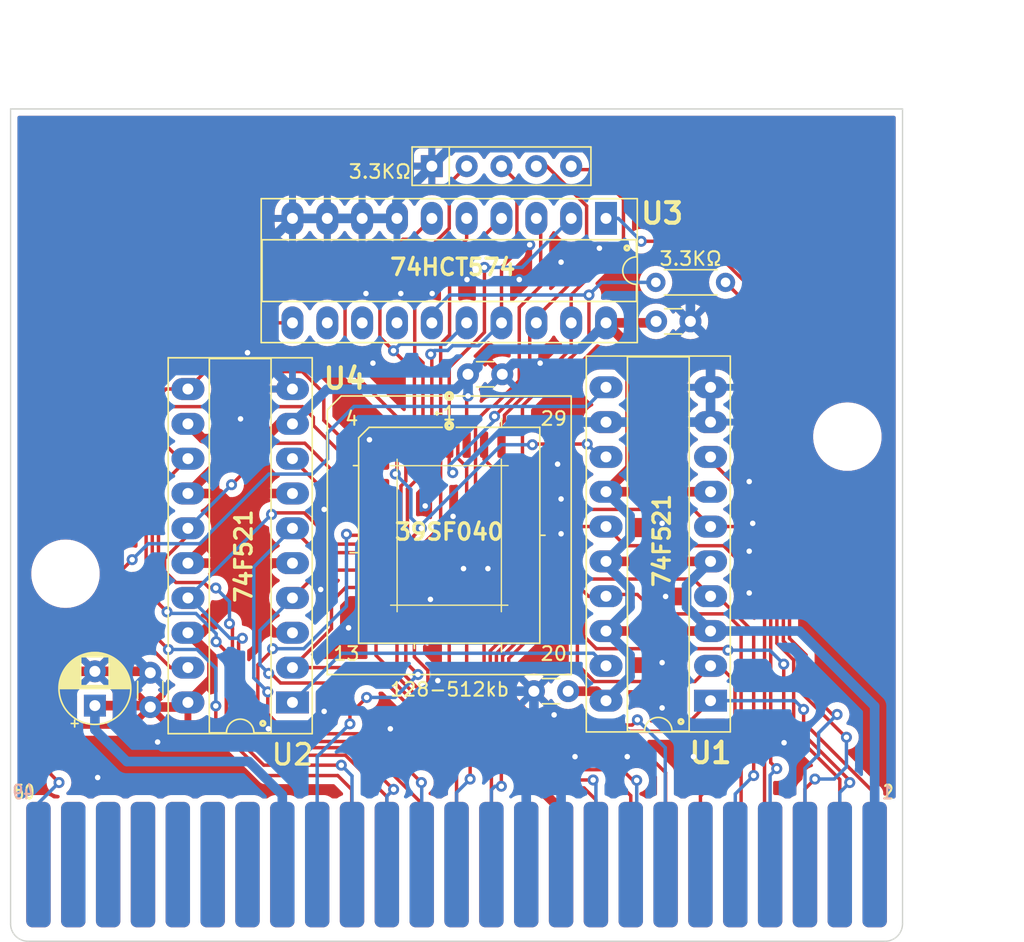
<source format=kicad_pcb>
(kicad_pcb (version 20221018) (generator pcbnew)
  (layers (0 "F.Cu" signal) (31 "B.Cu" signal) (34 "B.Paste" user) (35 "F.Paste" user) (36 "B.SilkS" user "B.Silkscreen") (37 "F.SilkS" user "F.Silkscreen") (38 "B.Mask" user) (39 "F.Mask" user) (44 "Edge.Cuts" user))
  (net 0 "")
  (net 1 "GND")
  (net 2 "/BA1")
  (net 3 "/BA2")
  (net 4 "/BA3")
  (net 5 "/BA4")
  (net 6 "/~{Wr}")
  (net 7 "/A0")
  (net 8 "+5V")
  (net 9 "/A1")
  (net 10 "/A2")
  (net 11 "/A3")
  (net 12 "/A4")
  (net 13 "/A5")
  (net 14 "/A6")
  (net 15 "/A7")
  (net 16 "Net-(U1-P=R)")
  (net 17 "/A8")
  (net 18 "/A9")
  (net 19 "/A10")
  (net 20 "/A11")
  (net 21 "/A12")
  (net 22 "/A13")
  (net 23 "/A14")
  (net 24 "/A15")
  (net 25 "Net-(U2-P=R)")
  (net 26 "/~{M8-B}")
  (net 27 "/D0")
  (net 28 "/D1")
  (net 29 "/D2")
  (net 30 "/D3")
  (net 31 "/D4")
  (net 35 "/BA0")
  (net 36 "/D5")
  (net 37 "/D6")
  (net 38 "/D7")
  (net 39 "/~{CE}")
  (net 40 "/~{Rd}")
  (net 41 "/~{MReq}")
  (net 42 "/~{M0-7}")
  (net 43 "/ ~{CONT}")
  (net 44 "/~{M1}")
  (net 45 "/~{IOReq}")
  (net 46 "/~{Refresh}")
  (net 47 "/~{Halt}")
  (net 48 "/~{Wait}")
  (net 49 "/~{Int}")
  (net 50 "/JyDs")
  (net 51 "/~{BusReq}")
  (net 52 "/~{BusAck}")
  (net 53 "/ ~{Reset}")
  (net 54 "/~{Clock}")
  (net 55 "/JRead")
  (net 56 "/~{MC-F}")
  (net 57 "/~{NMI}")
  (footprint "PCM_Package_DIP_AKL:DIP-20_W7.62mm_Socket_LongPads" (layer "F.Cu") (at 115.545 71.737 180)
    (fp_text reference "U2")
    (fp_text value "74F521")
  )
  (footprint "PCM_Package_DIP_AKL:DIP-20_W7.62mm_Socket_LongPads" (layer "F.Cu") (at 138.405 36.431 -90)
    (fp_text reference "U3")
    (fp_text value "74HCT574")
  )
  (footprint "Smal:PLCC-32_SMD-Socket_HandSolder" (layer "F.Cu") (at 126.975 59.545)
    (fp_text reference "U4")
    (fp_text value "39SF040")
  )
  (footprint "Capacitor_THT:C_Disc_D3.0mm_W1.6mm_P2.50mm" (layer "F.Cu") (at 128.3408 47.8028)
    (fp_text reference "C4" hide)
    (fp_text value "100nF")
  )
  (footprint "Resistor_THT:R_Array_SIP5" (layer "F.Cu") (at 125.705 32.621)
    (fp_text reference "RN1" hide)
    (fp_text value "3.3KΩ")
  )
  (footprint "Resistor_THT:R_Axial_DIN0204_L3.6mm_D1.6mm_P5.08mm_Horizontal" (layer "F.Cu") (at 142.0368 41.0972)
    (fp_text reference "R1" hide)
    (fp_text value "3.3KΩ")
  )
  (footprint "MountingHole:MountingHole_4.5mm" (layer "F.Cu") (at 156 52.35 180)
    (fp_text reference "H2" hide)
    (fp_text value "Hole Right")
  )
  (footprint "MountingHole:MountingHole_4.5mm" (layer "F.Cu") (at 99 62.35 180)
    (fp_text reference "H1" hide)
    (fp_text value "Hole Left")
  )
  (footprint "PCM_Package_DIP_AKL:DIP-20_W7.62mm_Socket_LongPads" (layer "F.Cu") (at 146.025 71.61 180)
    (fp_text reference "U1")
    (fp_text value "74F521")
  )
  (footprint "Capacitor_THT:CP_Radial_D5.0mm_P2.50mm" (layer "F.Cu") (at 101.1428 71.969513 90)
    (fp_text reference "C5" hide)
    (fp_text value "1µF")
  )
  (footprint "Capacitor_THT:C_Disc_D3.0mm_W1.6mm_P2.50mm" (layer "F.Cu") (at 142.0568 43.942)
    (fp_text reference "C3" hide)
    (fp_text value "100nF")
  )
  (footprint "Capacitor_THT:C_Disc_D3.0mm_W1.6mm_P2.50mm" (layer "F.Cu") (at 105.1818 72.0726 90)
    (fp_text reference "C2" hide)
    (fp_text value "100nF")
  )
  (footprint "Capacitor_THT:C_Disc_D3.0mm_W1.6mm_P2.50mm" (layer "F.Cu") (at 135.6468 70.9168 180)
    (fp_text reference "C1" hide)
    (fp_text value "100nF")
  )
  (footprint "Smal:SMS_Cart_Edge" (layer "F.Cu") (at 157.988 83.566)
    (fp_text reference "J1" hide)
    (fp_text value "Conn_02x25_Odd_Even" hide)
  )
  (gr_arc (start 160.02 87.884) (mid 159.648026 88.782026) (end 158.75 89.154) (stroke (width 0.1)) (layer "Edge.Cuts"))
  (gr_line (start 96.266001 89.153999) (end 158.75 89.154) (stroke (width 0.1)) (layer "Edge.Cuts"))
  (gr_line (start 160.02 87.884) (end 160.02 28.448) (stroke (width 0.1)) (layer "Edge.Cuts"))
  (gr_line (start 94.995999 28.448) (end 94.996 87.883999) (stroke (width 0.1)) (layer "Edge.Cuts"))
  (gr_arc (start 96.266001 89.153999) (mid 95.367975 88.782025) (end 94.996001 87.883999) (stroke (width 0.1)) (layer "Edge.Cuts"))
  (gr_line (start 160.02 28.448) (end 94.995999 28.448) (stroke (width 0.1)) (layer "Edge.Cuts"))
  (gr_text "128-512kb" (at 127 71.374) (layer "F.SilkS") (effects (font (size 1 1)) (justify bottom)))
  (segment (start 135.128 79.56901) (end 126.093299 70.534309) (width 0.7) (layer "F.Cu") (net 1))
  (segment (start 125.705 66.1575) (end 125.705 64.3202) (width 0.7) (layer "F.Cu") (net 1))
  (segment (start 126.093299 70.534309) (end 126.093299 66.545799) (width 0.7) (layer "F.Cu") (net 1))
  (segment (start 101.346 77.216) (end 103.124 77.216) (width 0.7) (layer "F.Cu") (net 1))
  (segment (start 99.821487 69.469513) (end 98.9838 70.3072) (width 0.7) (layer "F.Cu") (net 1))
  (segment (start 101.1428 69.469513) (end 99.821487 69.469513) (width 0.7) (layer "F.Cu") (net 1))
  (segment (start 98.9838 74.8538) (end 101.346 77.216) (width 0.7) (layer "F.Cu") (net 1))
  (segment (start 103.124 77.216) (end 105.7148 74.6252) (width 0.7) (layer "F.Cu") (net 1))
  (segment (start 135.128 83.566) (end 135.128 79.56901) (width 0.7) (layer "F.Cu") (net 1))
  (segment (start 105.078713 69.469513) (end 105.1818 69.5726) (width 0.7) (layer "F.Cu") (net 1))
  (segment (start 125.705 64.3202) (end 125.6034 64.2186) (width 0.7) (layer "F.Cu") (net 1))
  (segment (start 101.1428 69.469513) (end 105.078713 69.469513) (width 0.7) (layer "F.Cu") (net 1))
  (segment (start 98.9838 70.3072) (end 98.9838 74.8538) (width 0.7) (layer "F.Cu") (net 1))
  (segment (start 126.093299 66.545799) (end 125.705 66.1575) (width 0.7) (layer "F.Cu") (net 1))
  (via (at 120.904 41.91) (size 0.8) (drill 0.4) (layers "F.Cu" "B.Cu") (net 1))
  (via (at 128.016 61.976) (size 0.8) (drill 0.4) (layers "F.Cu" "B.Cu") (net 1))
  (via (at 142.494 68.834) (size 0.8) (drill 0.4) (layers "F.Cu" "B.Cu") (net 1))
  (via (at 125.73 41.91) (size 0.8) (drill 0.4) (layers "F.Cu" "B.Cu") (net 1))
  (via (at 127.254 58.166) (size 0.8) (drill 0.4) (layers "F.Cu" "B.Cu") (net 1))
  (via (at 105.7148 74.6252) (size 0.8) (drill 0.4) (layers "F.Cu" "B.Cu") (net 1))
  (via (at 134.874 54.356) (size 0.8) (drill 0.4) (layers "F.Cu" "B.Cu") (net 1))
  (via (at 101.346 77.216) (size 0.8) (drill 0.4) (layers "F.Cu" "B.Cu") (net 1))
  (via (at 135.128 59.436) (size 0.8) (drill 0.4) (layers "F.Cu" "B.Cu") (net 1))
  (via (at 128.27 40.894) (size 0.8) (drill 0.4) (layers "F.Cu" "B.Cu") (net 1))
  (via (at 139.954 75.692) (size 0.8) (drill 0.4) (layers "F.Cu" "B.Cu") (net 1))
  (via (at 133.604 46.99) (size 0.8) (drill 0.4) (layers "F.Cu" "B.Cu") (net 1))
  (via (at 151.384 74.676) (size 0.8) (drill 0.4) (layers "F.Cu" "B.Cu") (net 1))
  (via (at 126.142799 70.1454) (size 0.8) (drill 0.4) (layers "F.Cu" "B.Cu") (net 1))
  (via (at 137.922 38.608) (size 0.8) (drill 0.4) (layers "F.Cu" "B.Cu") (net 1))
  (via (at 117.856 57.658) (size 0.8) (drill 0.4) (layers "F.Cu" "B.Cu") (net 1))
  (via (at 135.128 39.624) (size 0.8) (drill 0.4) (layers "F.Cu" "B.Cu") (net 1))
  (via (at 125.6034 64.2186) (size 0.8) (drill 0.4) (layers "F.Cu" "B.Cu") (net 1))
  (via (at 111.76 51.054) (size 0.8) (drill 0.4) (layers "F.Cu" "B.Cu") (net 1))
  (via (at 122.682 73.66) (size 0.8) (drill 0.4) (layers "F.Cu" "B.Cu") (net 1))
  (via (at 148.844 63.754) (size 0.8) (drill 0.4) (layers "F.Cu" "B.Cu") (net 1))
  (via (at 134.62 72.644) (size 0.8) (drill 0.4) (layers "F.Cu" "B.Cu") (net 1))
  (via (at 123.444 41.91) (size 0.8) (drill 0.4) (layers "F.Cu" "B.Cu") (net 1))
  (via (at 132.08 40.894) (size 0.8) (drill 0.4) (layers "F.Cu" "B.Cu") (net 1))
  (via (at 112.268 46.228) (size 0.8) (drill 0.4) (layers "F.Cu" "B.Cu") (net 1))
  (via (at 119.634 66.294) (size 0.8) (drill 0.4) (layers "F.Cu" "B.Cu") (net 1))
  (via (at 121.158 52.578) (size 0.8) (drill 0.4) (layers "F.Cu" "B.Cu") (net 1))
  (via (at 149.098 58.674) (size 0.8) (drill 0.4) (layers "F.Cu" "B.Cu") (net 1))
  (via (at 136.144 75.692) (size 0.8) (drill 0.4) (layers "F.Cu" "B.Cu") (net 1))
  (via (at 113.792 73.66) (size 0.8) (drill 0.4) (layers "F.Cu" "B.Cu") (net 1))
  (via (at 117.602 63.5) (size 0.8) (drill 0.4) (layers "F.Cu" "B.Cu") (net 1))
  (via (at 142.748 64.008) (size 0.8) (drill 0.4) (layers "F.Cu" "B.Cu") (net 1))
  (via (at 117.856 72.39) (size 0.8) (drill 0.4) (layers "F.Cu" "B.Cu") (net 1))
  (via (at 129.794 61.976) (size 0.8) (drill 0.4) (layers "F.Cu" "B.Cu") (net 1))
  (via (at 148.844 55.626) (size 0.8) (drill 0.4) (layers "F.Cu" "B.Cu") (net 1))
  (via (at 148.844 60.706) (size 0.8) (drill 0.4) (layers "F.Cu" "B.Cu") (net 1))
  (via (at 144.78 75.692) (size 0.8) (drill 0.4) (layers "F.Cu" "B.Cu") (net 1))
  (via (at 121.412 46.99) (size 0.8) (drill 0.4) (layers "F.Cu" "B.Cu") (net 1))
  (via (at 135.128 56.896) (size 0.8) (drill 0.4) (layers "F.Cu" "B.Cu") (net 1))
  (via (at 142.494 72.136) (size 0.8) (drill 0.4) (layers "F.Cu" "B.Cu") (net 1))
  (via (at 132.842 38.354) (size 0.8) (drill 0.4) (layers "F.Cu" "B.Cu") (net 1))
  (via (at 125.222 57.404) (size 0.8) (drill 0.4) (layers "F.Cu" "B.Cu") (net 1))
  (via (at 142.494 58.674) (size 0.8) (drill 0.4) (layers "F.Cu" "B.Cu") (net 1))
  (segment (start 133.604 46.99) (end 133.616801 47.002801) (width 0.7) (layer "B.Cu") (net 1))
  (segment (start 121.948097 73.7108) (end 120.585797 72.3485) (width 0.7) (layer "B.Cu") (net 1))
  (segment (start 103.8318 70.9226) (end 105.1818 69.5726) (width 0.7) (layer "B.Cu") (net 1))
  (segment (start 146.025 45.4102) (end 144.5568 43.942) (width 0.7) (layer "B.Cu") (net 1))
  (segment (start 125.705 32.621) (end 127.055 31.271) (width 0.7) (layer "B.Cu") (net 1))
  (segment (start 144.5568 43.942) (end 144.5568 37.175296) (width 0.7) (layer "B.Cu") (net 1))
  (segment (start 146.025 48.75) (end 146.025 51.29) (width 0.7) (layer "B.Cu") (net 1))
  (segment (start 117.856 72.3392) (end 117.856 72.39) (width 0.7) (layer "B.Cu") (net 1))
  (segment (start 125.6034 61.718103) (end 136.031503 51.29) (width 0.7) (layer "B.Cu") (net 1))
  (segment (start 126.914199 70.9168) (end 126.142799 70.1454) (width 0.7) (layer "B.Cu") (net 1))
  (segment (start 114.6214 37.3546) (end 115.545 36.431) (width 0.7) (layer "B.Cu") (net 1))
  (segment (start 117.856 72.39) (end 117.8052 72.39) (width 0.7) (layer "B.Cu") (net 1))
  (segment (start 122.682 73.66) (end 122.6312 73.66) (width 0.7) (layer "B.Cu") (net 1))
  (segment (start 117.8052 72.39) (end 115.2144 74.9808) (width 0.7) (layer "B.Cu") (net 1))
  (segment (start 131.640799 47.002801) (end 133.591199 47.002801) (width 0.7) (layer "B.Cu") (net 1))
  (segment (start 105.7148 74.6252) (end 103.8318 72.7422) (width 0.7) (layer "B.Cu") (net 1))
  (segment (start 115.2144 74.9808) (end 106.0704 74.9808) (width 0.7) (layer "B.Cu") (net 1))
  (segment (start 144.5568 37.175296) (end 144.267152 36.885648) (width 0.7) (layer "B.Cu") (net 1))
  (segment (start 138.405 51.29) (end 146.025 51.29) (width 0.7) (layer "B.Cu") (net 1))
  (segment (start 133.591199 47.002801) (end 133.604 46.99) (width 0.7) (layer "B.Cu") (net 1))
  (segment (start 115.545 36.431) (end 118.085 36.431) (width 0.7) (layer "B.Cu") (net 1))
  (segment (start 105.1818 69.5726) (end 102.911 67.3018) (width 0.7) (layer "B.Cu") (net 1))
  (segment (start 135.128 76.4032) (end 133.1468 74.422) (width 0.7) (layer "B.Cu") (net 1))
  (segment (start 120.625 36.431) (end 118.085 36.431) (width 0.7) (layer "B.Cu") (net 1))
  (segment (start 106.0704 74.9808) (end 105.7148 74.6252) (width 0.7) (layer "B.Cu") (net 1))
  (segment (start 126.142799 70.1454) (end 126.142799 70.148401) (width 0.7) (layer "B.Cu") (net 1))
  (segment (start 138.652503 31.271) (end 144.267152 36.885648) (width 0.7) (layer "B.Cu") (net 1))
  (segment (start 106.905 47.527) (end 114.195 47.527) (width 0.7) (layer "B.Cu") (net 1))
  (segment (start 146.025 48.75) (end 146.025 45.4102) (width 0.7) (layer "B.Cu") (net 1))
  (segment (start 100.6176 67.3018) (end 99.3394 68.58) (width 0.7) (layer "B.Cu") (net 1))
  (segment (start 114.195 37.781) (end 114.6214 37.3546) (width 0.7) (layer "B.Cu") (net 1))
  (segment (start 114.195 47.527) (end 114.195 37.781) (width 0.7) (layer "B.Cu") (net 1))
  (segment (start 132.588 83.566) (end 132.588 74.9808) (width 0.7) (layer "B.Cu") (net 1))
  (segment (start 122.6312 73.66) (end 122.5804 73.7108) (width 0.7) (layer "B.Cu") (net 1))
  (segment (start 125.6034 64.2186) (end 125.6034 61.718103) (width 0.7) (layer "B.Cu") (net 1))
  (segment (start 102.911 67.3018) (end 100.6176 67.3018) (width 0.7) (layer "B.Cu") (net 1))
  (segment (start 142.0368 49.9872) (end 142.0368 51.29) (width 0.7) (layer "B.Cu") (net 1))
  (segment (start 132.588 74.9808) (end 133.1468 74.422) (width 0.7) (layer "B.Cu") (net 1))
  (segment (start 122.5804 73.7108) (end 121.948097 73.7108) (width 0.7) (layer "B.Cu") (net 1))
  (segment (start 123.165 36.431) (end 120.625 36.431) (width 0.7) (layer "B.Cu") (net 1))
  (segment (start 126.142799 70.148401) (end 122.682 73.6092) (width 0.7) (layer "B.Cu") (net 1))
  (segment (start 103.8318 72.7422) (end 103.8318 70.9226) (width 0.7) (layer "B.Cu") (net 1))
  (segment (start 133.1468 74.422) (end 133.1468 70.9168) (width 0.7) (layer "B.Cu") (net 1))
  (segment (start 130.8408 47.8028) (end 131.640799 47.002801) (width 0.7) (layer "B.Cu") (net 1))
  (segment (start 102.911 67.3018) (end 102.911 51.521) (width 0.7) (layer "B.Cu") (net 1))
  (segment (start 99.3394 68.58) (end 99.3394 75.2094) (width 0.7) (layer "B.Cu") (net 1))
  (segment (start 136.031503 51.29) (end 138.405 51.29) (width 0.7) (layer "B.Cu") (net 1))
  (segment (start 133.616801 47.002801) (end 139.052401 47.002801) (width 0.7) (layer "B.Cu") (net 1))
  (segment (start 120.585797 72.3485) (end 117.8467 72.3485) (width 0.7) (layer "B.Cu") (net 1))
  (segment (start 139.052401 47.002801) (end 142.0368 49.9872) (width 0.7) (layer "B.Cu") (net 1))
  (segment (start 102.911 51.521) (end 106.905 47.527) (width 0.7) (layer "B.Cu") (net 1))
  (segment (start 99.3394 75.2094) (end 101.346 77.216) (width 0.7) (layer "B.Cu") (net 1))
  (segment (start 117.8467 72.3485) (end 117.856 72.3392) (width 0.7) (layer "B.Cu") (net 1))
  (segment (start 135.128 83.566) (end 135.128 76.4032) (width 0.7) (layer "B.Cu") (net 1))
  (segment (start 114.195 47.527) (end 115.545 48.877) (width 0.7) (layer "B.Cu") (net 1))
  (segment (start 123.165 36.431) (end 123.165 35.161) (width 0.7) (layer "B.Cu") (net 1))
  (segment (start 133.1468 70.9168) (end 126.914199 70.9168) (width 0.7) (layer "B.Cu") (net 1))
  (segment (start 127.055 31.271) (end 138.652503 31.271) (width 0.7) (layer "B.Cu") (net 1))
  (segment (start 123.165 35.161) (end 125.705 32.621) (width 0.7) (layer "B.Cu") (net 1))
  (segment (start 122.682 73.6092) (end 122.682 73.66) (width 0.7) (layer "B.Cu") (net 1))
  (segment (start 124.435 47.607) (end 122.911 46.083) (width 0.25) (layer "F.Cu") (net 2))
  (segment (start 124.435 52.9325) (end 124.435 47.607) (width 0.25) (layer "F.Cu") (net 2))
  (segment (start 121.92 42.20699) (end 126.975 37.15199) (width 0.25) (layer "F.Cu") (net 2))
  (segment (start 122.911 46.083) (end 121.92 45.092) (width 0.25) (layer "F.Cu") (net 2))
  (segment (start 126.975 33.891) (end 128.245 32.621) (width 0.25) (layer "F.Cu") (net 2))
  (segment (start 126.975 37.15199) (end 126.975 33.891) (width 0.25) (layer "F.Cu") (net 2))
  (segment (start 121.92 45.092) (end 121.92 42.20699) (width 0.25) (layer "F.Cu") (net 2))
  (via (at 122.911 46.083) (size 0.8) (drill 0.4) (layers "F.Cu" "B.Cu") (net 2))
  (segment (start 126.684 45.612) (end 128.245 44.051) (width 0.25) (layer "B.Cu") (net 2))
  (segment (start 122.911 46.083) (end 123.382 45.612) (width 0.25) (layer "B.Cu") (net 2))
  (segment (start 123.382 45.612) (end 126.684 45.612) (width 0.25) (layer "B.Cu") (net 2))
  (segment (start 130.785 39.995598) (end 130.785 44.051) (width 0.25) (layer "F.Cu") (net 3))
  (segment (start 125.705 46.4165) (end 125.6255 46.337) (width 0.25) (layer "F.Cu") (net 3))
  (segment (start 131.043299 39.737299) (end 130.785 39.995598) (width 0.25) (layer "F.Cu") (net 3))
  (segment (start 131.91 38.870598) (end 131.91 33.746) (width 0.25) (layer "F.Cu") (net 3))
  (segment (start 131.91 33.746) (end 130.785 32.621) (width 0.25) (layer "F.Cu") (net 3))
  (segment (start 125.705 52.9325) (end 125.705 46.4165) (width 0.25) (layer "F.Cu") (net 3))
  (segment (start 131.043299 39.737299) (end 131.91 38.870598) (width 0.25) (layer "F.Cu") (net 3))
  (via (at 125.6255 46.337) (size 0.8) (drill 0.4) (layers "F.Cu" "B.Cu") (net 3))
  (segment (start 127.212396 45.72) (end 129.116 45.72) (width 0.25) (layer "B.Cu") (net 3))
  (segment (start 125.6255 46.337) (end 125.9005 46.062) (width 0.25) (layer "B.Cu") (net 3))
  (segment (start 126.870396 46.062) (end 127.212396 45.72) (width 0.25) (layer "B.Cu") (net 3))
  (segment (start 125.9005 46.062) (end 126.870396 46.062) (width 0.25) (layer "B.Cu") (net 3))
  (segment (start 129.116 45.72) (end 130.785 44.051) (width 0.25) (layer "B.Cu") (net 3))
  (segment (start 135.678604 46.141) (end 135.643896 46.141) (width 0.25) (layer "F.Cu") (net 4))
  (segment (start 131.002 50.782896) (end 131.002 51.171805) (width 0.25) (layer "F.Cu") (net 4))
  (segment (start 135.865 32.621) (end 136.119 32.875) (width 0.25) (layer "F.Cu") (net 4))
  (segment (start 136.119 32.875) (end 137.499 32.875) (width 0.25) (layer "F.Cu") (net 4))
  (segment (start 139.675 35.051) (end 139.675 38.199695) (width 0.25) (layer "F.Cu") (net 4))
  (segment (start 130.785 51.388805) (end 130.785 52.9325) (width 0.25) (layer "F.Cu") (net 4))
  (segment (start 135.865 45.954604) (end 135.678604 46.141) (width 0.25) (layer "F.Cu") (net 4))
  (segment (start 135.643896 46.141) (end 131.002 50.782896) (width 0.25) (layer "F.Cu") (net 4))
  (segment (start 139.675 38.199695) (end 135.865 42.009695) (width 0.25) (layer "F.Cu") (net 4))
  (segment (start 135.865 44.051) (end 135.865 45.954604) (width 0.25) (layer "F.Cu") (net 4))
  (segment (start 137.499 32.875) (end 139.675 35.051) (width 0.25) (layer "F.Cu") (net 4))
  (segment (start 131.002 51.171805) (end 130.785 51.388805) (width 0.25) (layer "F.Cu") (net 4))
  (segment (start 135.865 42.009695) (end 135.865 44.051) (width 0.25) (layer "F.Cu") (net 4))
  (segment (start 127.229 54.973) (end 126.975 54.719) (width 0.25) (layer "F.Cu") (net 5))
  (segment (start 126.975 54.719) (end 126.975 52.9325) (width 0.25) (layer "F.Cu") (net 5))
  (segment (start 136.99 35.524) (end 134.087 32.621) (width 0.25) (layer "F.Cu") (net 5))
  (segment (start 134.087 32.621) (end 133.325 32.621) (width 0.25) (layer "F.Cu") (net 5))
  (segment (start 132.842 48.3065) (end 130.277 50.8715) (width 0.25) (layer "F.Cu") (net 5))
  (segment (start 133.325 44.051) (end 133.325 43.651) (width 0.25) (layer "F.Cu") (net 5))
  (segment (start 136.99 39.986) (end 136.99 35.524) (width 0.25) (layer "F.Cu") (net 5))
  (segment (start 133.325 44.051) (end 132.842 44.534) (width 0.25) (layer "F.Cu") (net 5))
  (segment (start 132.842 44.534) (end 132.842 48.3065) (width 0.25) (layer "F.Cu") (net 5))
  (segment (start 133.325 43.651) (end 136.99 39.986) (width 0.25) (layer "F.Cu") (net 5))
  (via (at 127.229 54.973) (size 0.8) (drill 0.4) (layers "F.Cu" "B.Cu") (net 5))
  (via (at 130.277 50.8715) (size 0.8) (drill 0.4) (layers "F.Cu" "B.Cu") (net 5))
  (segment (start 130.277 51.163) (end 126.975 54.465) (width 0.25) (layer "B.Cu") (net 5))
  (segment (start 126.975 54.465) (end 126.975 54.719) (width 0.25) (layer "B.Cu") (net 5))
  (segment (start 126.975 54.719) (end 127.229 54.973) (width 0.25) (layer "B.Cu") (net 5))
  (segment (start 130.277 50.8715) (end 130.277 51.163) (width 0.25) (layer "B.Cu") (net 5))
  (segment (start 129.515 54.007875) (end 129.515 52.9325) (width 0.25) (layer "F.Cu") (net 6))
  (segment (start 146.025 71.61) (end 143.7972 73.8378) (width 0.25) (layer "F.Cu") (net 6))
  (segment (start 133.533364 73.8378) (end 130.865 71.169436) (width 0.25) (layer "F.Cu") (net 6))
  (segment (start 130.865 68.348147) (end 133.6 65.613147) (width 0.25) (layer "F.Cu") (net 6))
  (segment (start 130.531 63.207751) (end 130.531 55.023875) (width 0.25) (layer "F.Cu") (net 6))
  (segment (start 133.6 64.273981) (end 133.306019 63.98) (width 0.25) (layer "F.Cu") (net 6))
  (segment (start 133.6 65.613147) (end 133.6 64.273981) (width 0.25) (layer "F.Cu") (net 6))
  (segment (start 133.306019 63.98) (end 131.303249 63.98) (width 0.25) (layer "F.Cu") (net 6))
  (segment (start 157.988 78.366) (end 157.988 83.566) (width 0.25) (layer "F.Cu") (net 6))
  (segment (start 130.865 71.169436) (end 130.865 68.348147) (width 0.25) (layer "F.Cu") (net 6))
  (segment (start 143.7972 73.8378) (end 133.533364 73.8378) (width 0.25) (layer "F.Cu") (net 6))
  (segment (start 131.303249 63.98) (end 130.531 63.207751) (width 0.25) (layer "F.Cu") (net 6))
  (segment (start 152.8085 72.245) (end 152.8085 73.1865) (width 0.25) (layer "F.Cu") (net 6))
  (segment (start 130.531 55.023875) (end 129.515 54.007875) (width 0.25) (layer "F.Cu") (net 6))
  (segment (start 152.8085 73.1865) (end 157.988 78.366) (width 0.25) (layer "F.Cu") (net 6))
  (via (at 152.8085 72.245) (size 0.8) (drill 0.4) (layers "F.Cu" "B.Cu") (net 6))
  (segment (start 152.8085 72.245) (end 152.1735 71.61) (width 0.25) (layer "B.Cu") (net 6))
  (segment (start 152.1735 71.61) (end 146.025 71.61) (width 0.25) (layer "B.Cu") (net 6))
  (segment (start 118.3894 64.389) (end 119.4234 63.355) (width 0.25) (layer "F.Cu") (net 7))
  (segment (start 121.892208 69.197) (end 128.499 75.803792) (width 0.25) (layer "F.Cu") (net 7))
  (segment (start 115.545 69.197) (end 121.892208 69.197) (width 0.25) (layer "F.Cu") (net 7))
  (segment (start 115.545 69.197) (end 118.3894 66.3526) (width 0.25) (layer "F.Cu") (net 7))
  (segment (start 128.499 75.803792) (end 128.499 77.325) (width 0.25) (layer "F.Cu") (net 7))
  (segment (start 118.3894 66.3526) (end 118.3894 64.389) (width 0.25) (layer "F.Cu") (net 7))
  (segment (start 119.4234 63.355) (end 121.6375 63.355) (width 0.25) (layer "F.Cu") (net 7))
  (via (at 128.499 77.325) (size 0.8) (drill 0.4) (layers "F.Cu" "B.Cu") (net 7))
  (segment (start 128.499 77.325) (end 127.508 78.316) (width 0.25) (layer "B.Cu") (net 7))
  (segment (start 127.508 78.316) (end 127.508 83.566) (width 0.25) (layer "B.Cu") (net 7))
  (segment (start 114.2058 66.657) (end 115.545 66.657) (width 0.7) (layer "F.Cu") (net 8))
  (segment (start 109.675 69.987) (end 109.675 68.407) (width 0.7) (layer "F.Cu") (net 8))
  (segment (start 138.405 44.051) (end 140.155 45.801) (width 0.7) (layer "F.Cu") (net 8))
  (segment (start 107.925 56.497) (end 111.929 52.493) (width 0.7) (layer "F.Cu") (net 8))
  (segment (start 105.1818 72.0726) (end 107.5894 72.0726) (width 0.7) (layer "F.Cu") (net 8))
  (segment (start 138.405 66.53) (end 146.025 66.53) (width 0.7) (layer "F.Cu") (net 8))
  (segment (start 128.245 49.4866) (end 128.245 52.9325) (width 0.25) (layer "F.Cu") (net 8))
  (segment (start 107.925 71.737) (end 109.675 69.987) (width 0.7) (layer "F.Cu") (net 8))
  (segment (start 114.021 61.577) (end 114.275 61.577) (width 0.7) (layer "F.Cu") (net 8))
  (segment (start 146.025 56.37) (end 138.405 56.37) (width 0.7) (layer "F.Cu") (net 8))
  (segment (start 107.925 61.577) (end 111.608 57.894) (width 0.7) (layer "F.Cu") (net 8))
  (segment (start 140.155 45.801) (end 140.155 54.62) (width 0.7) (layer "F.Cu") (net 8))
  (segment (start 135.6468 70.9168) (end 137.7118 70.9168) (width 0.7) (layer "F.Cu") (net 8))
  (segment (start 111.608 57.894) (end 113.005 56.497) (width 0.7) (layer "F.Cu") (net 8))
  (segment (start 140.155 54.62) (end 138.405 56.37) (width 0.7) (layer "F.Cu") (net 8))
  (segment (start 107.925 51.417) (end 109.001 52.493) (width 0.7) (layer "F.Cu") (net 8))
  (segment (start 111.5734 64.0246) (end 114.021 61.577) (width 0.7) (layer "F.Cu") (net 8))
  (segment (start 111.929 52.493) (end 113.514406 52.493) (width 0.7) (layer "F.Cu") (net 8))
  (segment (start 107.5894 72.0726) (end 107.925 71.737) (width 0.7) (layer "F.Cu") (net 8))
  (segment (start 111.5734 64.0246) (end 114.2058 66.657) (width 0.7) (layer "F.Cu") (net 8))
  (segment (start 109.675 68.407) (end 107.925 66.657) (width 0.7) (layer "F.Cu") (net 8))
  (segment (start 109.001 52.493) (end 113.514406 52.493) (width 0.7) (layer "F.Cu") (net 8))
  (segment (start 113.514406 52.493) (end 114.590406 51.417) (width 0.7) (layer "F.Cu") (net 8))
  (segment (start 110.211 56.497) (end 111.608 57.894) (width 0.7) (layer "F.Cu") (net 8))
  (segment (start 138.405 61.45) (end 146.025 61.45) (width 0.7) (layer "F.Cu") (net 8))
  (segment (start 138.405 44.051) (end 141.9478 44.051) (width 0.7) (layer "F.Cu") (net 8))
  (segment (start 128.3466 49.385) (end 128.245 49.4866) (width 0.25) (layer "F.Cu") (net 8))
  (segment (start 107.925 66.657) (end 108.941 66.657) (width 0.7) (layer "F.Cu") (net 8))
  (segment (start 107.925 56.497) (end 110.211 56.497) (width 0.7) (layer "F.Cu") (net 8))
  (segment (start 137.7118 70.9168) (end 138.405 71.61) (width 0.7) (layer "F.Cu") (net 8))
  (segment (start 115.545 61.577) (end 114.275 61.577) (width 0.7) (layer "F.Cu") (net 8))
  (segment (start 101.1428 71.969513) (end 105.078713 71.969513) (width 0.7) (layer "F.Cu") (net 8))
  (segment (start 105.042 71.9328) (end 105.1818 72.0726) (width 0.7) (layer "F.Cu") (net 8))
  (segment (start 113.005 56.497) (end 115.545 56.497) (width 0.7) (layer "F.Cu") (net 8))
  (segment (start 108.941 66.657) (end 111.5734 64.0246) (width 0.7) (layer "F.Cu") (net 8))
  (segment (start 141.9478 44.051) (end 142.0568 43.942) (width 0.7) (layer "F.Cu") (net 8))
  (segment (start 114.590406 51.417) (end 115.545 51.417) (width 0.7) (layer "F.Cu") (net 8))
  (segment (start 105.078713 71.969513) (end 105.1818 72.0726) (width 0.7) (layer "F.Cu") (net 8))
  (segment (start 114.275 61.577) (end 107.925 61.577) (width 0.7) (layer "F.Cu") (net 8))
  (via (at 128.3466 49.385) (size 0.8) (drill 0.4) (layers "F.Cu" "B.Cu") (net 8))
  (segment (start 152.502 66.53) (end 157.988 72.016) (width 0.7) (layer "B.Cu") (net 8))
  (segment (start 114.808 78.486) (end 112.3696 76.0476) (width 0.7) (layer "B.Cu") (net 8))
  (segment (start 140.155 58.12) (end 140.155 59.7) (width 0.7) (layer "B.Cu") (net 8))
  (segment (start 136.482 45.974) (end 138.405 44.051) (width 0.7) (layer "B.Cu") (net 8))
  (segment (start 146.025 66.53) (end 144.275 64.78) (width 0.7) (layer "B.Cu") (net 8))
  (segment (start 144.275 64.78) (end 144.275 63.2) (width 0.7) (layer "B.Cu") (net 8))
  (segment (start 103.465513 76.0476) (end 101.1428 73.724887) (width 0.7) (layer "B.Cu") (net 8))
  (segment (start 129.0578 46.9642) (end 129.0578 47.0858) (width 0.7) (layer "B.Cu") (net 8))
  (segment (start 129.0578 47.0858) (end 128.3408 47.8028) (width 0.7) (layer "B.Cu") (net 8))
  (segment (start 115.545 51.417) (end 118.067 48.895) (width 0.7) (layer "B.Cu") (net 8))
  (segment (start 140.155 63.430812) (end 140.155 64.78) (width 0.7) (layer "B.Cu") (net 8))
  (segment (start 138.405 66.53) (end 140.155 68.28) (width 0.7) (layer "B.Cu") (net 8))
  (segment (start 144.275 63.2) (end 146.025 61.45) (width 0.7) (layer "B.Cu") (net 8))
  (segment (start 127.4498 48.895) (end 129.0578 47.287) (width 0.7) (layer "B.Cu") (net 8))
  (segment (start 129.0578 47.287) (end 128.3466 47.9982) (width 0.7) (layer "B.Cu") (net 8))
  (segment (start 138.405 61.680812) (end 140.155 63.430812) (width 0.7) (layer "B.Cu") (net 8))
  (segment (start 140.155 69.86) (end 138.405 71.61) (width 0.7) (layer "B.Cu") (net 8))
  (segment (start 112.3696 76.0476) (end 103.465513 76.0476) (width 0.7) (layer "B.Cu") (net 8))
  (segment (start 140.155 59.7) (end 138.405 61.45) (width 0.7) (layer "B.Cu") (net 8))
  (segment (start 140.155 64.78) (end 138.405 66.53) (width 0.7) (layer "B.Cu") (net 8))
  (segment (start 129.0578 47.287) (end 129.0578 46.9642) (width 0.7) (layer "B.Cu") (net 8))
  (segment (start 101.1428 73.724887) (end 101.1428 71.969513) (width 0.7) (layer "B.Cu") (net 8))
  (segment (start 138.405 61.45) (end 138.405 61.680812) (width 0.7) (layer "B.Cu") (net 8))
  (segment (start 114.808 83.566) (end 114.808 78.486) (width 0.7) (layer "B.Cu") (net 8))
  (segment (start 130.048 45.974) (end 136.482 45.974) (width 0.7) (layer "B.Cu") (net 8))
  (segment (start 146.025 66.53) (end 152.502 66.53) (width 0.7) (layer "B.Cu") (net 8))
  (segment (start 157.988 72.016) (end 157.988 83.566) (width 0.7) (layer "B.Cu") (net 8))
  (segment (start 129.0578 46.9642) (end 130.048 45.974) (width 0.7) (layer "B.Cu") (net 8))
  (segment (start 140.155 68.28) (end 140.155 69.86) (width 0.7) (layer "B.Cu") (net 8))
  (segment (start 128.3466 47.9982) (end 128.3466 49.385) (width 0.7) (layer "B.Cu") (net 8))
  (segment (start 138.405 56.37) (end 140.155 58.12) (width 0.7) (layer "B.Cu") (net 8))
  (segment (start 118.067 48.895) (end 127.4498 48.895) (width 0.7) (layer "B.Cu") (net 8))
  (segment (start 114.02 69.66299) (end 113.852491 69.66299) (width 0.25) (layer "F.Cu") (net 9))
  (segment (start 113.852491 69.66299) (end 113.811635 69.622134) (width 0.25) (layer "F.Cu") (net 9))
  (segment (start 127.508 83.566) (end 127.508 75.449188) (width 0.25) (layer "F.Cu") (net 9))
  (segment (start 122.380812 70.322) (end 114.67901 70.322) (width 0.25) (layer "F.Cu") (net 9))
  (segment (start 115.545 64.117) (end 117.577 62.085) (width 0.25) (layer "F.Cu") (net 9))
  (segment (start 127.508 75.449188) (end 122.380812 70.322) (width 0.25) (layer "F.Cu") (net 9))
  (segment (start 117.577 62.085) (end 121.6375 62.085) (width 0.25) (layer "F.Cu") (net 9))
  (segment (start 114.67901 70.322) (end 114.02 69.66299) (width 0.25) (layer "F.Cu") (net 9))
  (via (at 113.811635 69.622134) (size 0.8) (drill 0.4) (layers "F.Cu" "B.Cu") (net 9))
  (segment (start 113.1752 66.4868) (end 115.545 64.117) (width 0.25) (layer "B.Cu") (net 9))
  (segment (start 113.811635 69.622134) (end 113.1752 68.985699) (width 0.25) (layer "B.Cu") (net 9))
  (segment (start 113.1752 68.985699) (end 113.1752 66.4868) (width 0.25) (layer "B.Cu") (net 9))
  (segment (start 121.387 74.023) (end 124.943 77.579) (width 0.25) (layer "F.Cu") (net 10))
  (segment (start 113.745498 70.9676) (end 113.745498 72.572098) (width 0.25) (layer "F.Cu") (net 10))
  (segment (start 113.745498 72.572098) (end 114.02 72.8466) (width 0.25) (layer "F.Cu") (net 10))
  (segment (start 117.323 60.815) (end 121.6375 60.815) (width 0.25) (layer "F.Cu") (net 10))
  (segment (start 114.02 72.862) (end 115.181 74.023) (width 0.25) (layer "F.Cu") (net 10))
  (segment (start 115.181 74.023) (end 121.387 74.023) (width 0.25) (layer "F.Cu") (net 10))
  (segment (start 114.02 72.8466) (end 114.02 72.862) (width 0.25) (layer "F.Cu") (net 10))
  (segment (start 115.545 59.037) (end 117.323 60.815) (width 0.25) (layer "F.Cu") (net 10))
  (via (at 113.745498 70.9676) (size 0.8) (drill 0.4) (layers "F.Cu" "B.Cu") (net 10))
  (via (at 124.943 77.579) (size 0.8) (drill 0.4) (layers "F.Cu" "B.Cu") (net 10))
  (segment (start 115.545 59.037) (end 112.7252 61.8568) (width 0.25) (layer "B.Cu") (net 10))
  (segment (start 124.968 77.604) (end 124.943 77.579) (width 0.25) (layer "B.Cu") (net 10))
  (segment (start 124.968 83.566) (end 124.968 77.604) (width 0.25) (layer "B.Cu") (net 10))
  (segment (start 112.7252 61.8568) (end 112.7252 69.947302) (width 0.25) (layer "B.Cu") (net 10))
  (segment (start 112.7252 69.947302) (end 113.745498 70.9676) (width 0.25) (layer "B.Cu") (net 10))
  (segment (start 114.0968 67.818) (end 114.0968 67.9196) (width 0.25) (layer "F.Cu") (net 11))
  (segment (start 119.5611 59.545) (end 119.4816 59.4655) (width 0.25) (layer "F.Cu") (net 11))
  (segment (start 120.454813 74.587604) (end 124.968 79.100791) (width 0.25) (layer "F.Cu") (net 11))
  (segment (start 124.968 79.100791) (end 124.968 83.566) (width 0.25) (layer "F.Cu") (net 11))
  (segment (start 121.133 59.545) (end 115.545 53.957) (width 0.25) (layer "F.Cu") (net 11))
  (segment (start 114.0968 67.9196) (end 113.020498 68.995902) (width 0.25) (layer "F.Cu") (net 11))
  (segment (start 121.6375 59.545) (end 121.133 59.545) (width 0.25) (layer "F.Cu") (net 11))
  (segment (start 113.020498 73.970112) (end 113.63799 74.587604) (width 0.25) (layer "F.Cu") (net 11))
  (segment (start 113.63799 74.587604) (end 120.454813 74.587604) (width 0.25) (layer "F.Cu") (net 11))
  (segment (start 121.6375 59.545) (end 119.5611 59.545) (width 0.25) (layer "F.Cu") (net 11))
  (segment (start 113.020498 68.995902) (end 113.020498 73.970112) (width 0.25) (layer "F.Cu") (net 11))
  (via (at 119.4816 59.4655) (size 0.8) (drill 0.4) (layers "F.Cu" "B.Cu") (net 11))
  (via (at 114.0968 67.818) (size 0.8) (drill 0.4) (layers "F.Cu" "B.Cu") (net 11))
  (segment (start 119.4816 64.71139) (end 119.4816 59.4655) (width 0.25) (layer "B.Cu") (net 11))
  (segment (start 116.37499 67.818) (end 119.4816 64.71139) (width 0.25) (layer "B.Cu") (net 11))
  (segment (start 114.0968 67.818) (end 116.37499 67.818) (width 0.25) (layer "B.Cu") (net 11))
  (segment (start 111.8935 67.056) (end 111.619 67.3305) (width 0.25) (layer "F.Cu") (net 12))
  (segment (start 111.619 67.3305) (end 111.619 73.20501) (width 0.25) (layer "F.Cu") (net 12))
  (segment (start 122.925 59.198249) (end 122.925 59.891751) (width 0.25) (layer "F.Cu") (net 12))
  (segment (start 111.619 73.20501) (end 113.451594 75.037604) (width 0.25) (layer "F.Cu") (net 12))
  (segment (start 116.41099 57.912) (end 114.13 57.912) (width 0.25) (layer "F.Cu") (net 12))
  (segment (start 113.451594 75.037604) (end 119.861604 75.037604) (width 0.25) (layer "F.Cu") (net 12))
  (segment (start 122.911 78.087) (end 122.919952 78.078048) (width 0.25) (layer "F.Cu") (net 12))
  (segment (start 122.925 59.891751) (end 122.626751 60.19) (width 0.25) (layer "F.Cu") (net 12))
  (segment (start 118.68899 60.19) (end 116.41099 57.912) (width 0.25) (layer "F.Cu") (net 12))
  (segment (start 121.6375 58.275) (end 122.001751 58.275) (width 0.25) (layer "F.Cu") (net 12))
  (segment (start 122.626751 60.19) (end 118.68899 60.19) (width 0.25) (layer "F.Cu") (net 12))
  (segment (start 119.861604 75.037604) (end 122.911 78.087) (width 0.25) (layer "F.Cu") (net 12))
  (segment (start 122.001751 58.275) (end 122.925 59.198249) (width 0.25) (layer "F.Cu") (net 12))
  (via (at 122.919952 78.078048) (size 0.8) (drill 0.4) (layers "F.Cu" "B.Cu") (net 12))
  (via (at 111.8935 67.056) (size 0.8) (drill 0.4) (layers "F.Cu" "B.Cu") (net 12))
  (via (at 114.021 58.021) (size 0.8) (drill 0.4) (layers "F.Cu" "B.Cu") (net 12))
  (segment (start 122.919952 78.078048) (end 122.428 78.57) (width 0.25) (layer "B.Cu") (net 12))
  (segment (start 111.8935 67.056) (end 110.998 67.056) (width 0.25) (layer "B.Cu") (net 12))
  (segment (start 110.998 67.056) (end 108.059 64.117) (width 0.25) (layer "B.Cu") (net 12))
  (segment (start 108.059 64.117) (end 107.925 64.117) (width 0.25) (layer "B.Cu") (net 12))
  (segment (start 114.021 58.021) (end 107.925 64.117) (width 0.25) (layer "B.Cu") (net 12))
  (segment (start 122.428 78.57) (end 122.428 83.566) (width 0.25) (layer "B.Cu") (net 12))
  (segment (start 109.9195 63.355) (end 109.957 63.3925) (width 0.25) (layer "F.Cu") (net 13))
  (segment (start 113.365893 75.588299) (end 119.405604 75.588299) (width 0.25) (layer "F.Cu") (net 13))
  (segment (start 109.087 62.992) (end 109.45 63.355) (width 0.25) (layer "F.Cu") (net 13))
  (segment (start 106.227 62.165) (end 107.054 62.992) (width 0.25) (layer "F.Cu") (net 13))
  (segment (start 111.169 73.391406) (end 113.365893 75.588299) (width 0.25) (layer "F.Cu") (net 13))
  (segment (start 107.054 62.992) (end 109.087 62.992) (width 0.25) (layer "F.Cu") (net 13))
  (segment (start 108.433 59.037) (end 106.227 61.243) (width 0.25) (layer "F.Cu") (net 13))
  (segment (start 110.953697 65.987099) (end 111.169 66.202402) (width 0.25) (layer "F.Cu") (net 13))
  (segment (start 114.13 52.832) (end 116.452 52.832) (width 0.25) (layer "F.Cu") (net 13))
  (segment (start 119.405604 75.588299) (end 122.428 78.610695) (width 0.25) (layer "F.Cu") (net 13))
  (segment (start 116.452 52.832) (end 120.625 57.005) (width 0.25) (layer "F.Cu") (net 13))
  (segment (start 111.169 66.403) (end 111.169 73.391406) (width 0.25) (layer "F.Cu") (net 13))
  (segment (start 122.428 78.610695) (end 122.428 83.566) (width 0.25) (layer "F.Cu") (net 13))
  (segment (start 107.925 59.037) (end 108.433 59.037) (width 0.25) (layer "F.Cu") (net 13))
  (segment (start 111.169 66.345) (end 111.169 66.403) (width 0.25) (layer "F.Cu") (net 13))
  (segment (start 120.625 57.005) (end 121.6375 57.005) (width 0.25) (layer "F.Cu") (net 13))
  (segment (start 106.227 61.243) (end 106.227 62.165) (width 0.25) (layer "F.Cu") (net 13))
  (segment (start 109.45 63.355) (end 109.9195 63.355) (width 0.25) (layer "F.Cu") (net 13))
  (segment (start 111.169 66.202402) (end 111.169 66.403) (width 0.25) (layer "F.Cu") (net 13))
  (segment (start 111.1035 55.8585) (end 114.13 52.832) (width 0.25) (layer "F.Cu") (net 13))
  (via (at 111.1035 55.8585) (size 0.8) (drill 0.4) (layers "F.Cu" "B.Cu") (net 13))
  (via (at 109.957 63.3925) (size 0.8) (drill 0.4) (layers "F.Cu" "B.Cu") (net 13))
  (via (at 110.953697 65.987099) (size 0.8) (drill 0.4) (layers "F.Cu" "B.Cu") (net 13))
  (segment (start 110.953697 64.389197) (end 109.957 63.3925) (width 0.25) (layer "B.Cu") (net 13))
  (segment (start 111.1035 55.8585) (end 107.925 59.037) (width 0.25) (layer "B.Cu") (net 13))
  (segment (start 110.953697 65.987099) (end 110.953697 64.389197) (width 0.25) (layer "B.Cu") (net 13))
  (segment (start 119.105299 76.313299) (end 113.454497 76.313299) (width 0.25) (layer "F.Cu") (net 14))
  (segment (start 117.07 51.531751) (end 121.273249 55.735) (width 0.25) (layer "F.Cu") (net 14))
  (segment (start 113.454497 76.313299) (end 110.719 73.577802) (width 0.25) (layer "F.Cu") (net 14))
  (segment (start 105.777 56.105) (end 107.925 53.957) (width 0.25) (layer "F.Cu") (net 14))
  (segment (start 110.719 68.047) (end 109.982 67.31) (width 0.25) (layer "F.Cu") (net 14))
  (segment (start 106.045 50.885396) (end 106.765396 50.165) (width 0.25) (layer "F.Cu") (net 14))
  (segment (start 106.765396 50.165) (end 116.28399 50.165) (width 0.25) (layer "F.Cu") (net 14))
  (segment (start 106.401 65.133) (end 105.777 64.509) (width 0.25) (layer "F.Cu") (net 14))
  (segment (start 107.2935 53.957) (end 106.045 52.7085) (width 0.25) (layer "F.Cu") (net 14))
  (segment (start 105.777 64.509) (end 105.777 56.105) (width 0.25) (layer "F.Cu") (net 14))
  (segment (start 121.273249 55.735) (end 121.6375 55.735) (width 0.25) (layer "F.Cu") (net 14))
  (segment (start 116.28399 50.165) (end 117.07 50.95101) (width 0.25) (layer "F.Cu") (net 14))
  (segment (start 117.07 50.95101) (end 117.07 51.531751) (width 0.25) (layer "F.Cu") (net 14))
  (segment (start 107.925 53.957) (end 107.2935 53.957) (width 0.25) (layer "F.Cu") (net 14))
  (segment (start 106.045 52.7085) (end 106.045 50.885396) (width 0.25) (layer "F.Cu") (net 14))
  (segment (start 110.719 73.577802) (end 110.719 68.047) (width 0.25) (layer "F.Cu") (net 14))
  (via (at 109.982 67.31) (size 0.8) (drill 0.4) (layers "F.Cu" "B.Cu") (net 14))
  (via (at 119.105299 76.313299) (size 0.8) (drill 0.4) (layers "F.Cu" "B.Cu") (net 14))
  (via (at 106.401 65.133) (size 0.8) (drill 0.4) (layers "F.Cu" "B.Cu") (net 14))
  (segment (start 119.888 77.096) (end 119.888 83.566) (width 0.25) (layer "B.Cu") (net 14))
  (segment (start 109.982 66.72301) (end 108.50099 65.242) (width 0.25) (layer "B.Cu") (net 14))
  (segment (start 106.51 65.242) (end 106.401 65.133) (width 0.25) (layer "B.Cu") (net 14))
  (segment (start 109.982 67.31) (end 109.982 66.72301) (width 0.25) (layer "B.Cu") (net 14))
  (segment (start 108.50099 65.242) (end 106.51 65.242) (width 0.25) (layer "B.Cu") (net 14))
  (segment (start 119.105299 76.313299) (end 119.888 77.096) (width 0.25) (layer "B.Cu") (net 14))
  (segment (start 105.327 66.7006) (end 105.327 49.867) (width 0.25) (layer "F.Cu") (net 15))
  (segment (start 109.195 47.607) (end 114.275 47.607) (width 0.25) (layer "F.Cu") (net 15))
  (segment (start 106.317 48.877) (end 107.925 48.877) (width 0.25) (layer "F.Cu") (net 15))
  (segment (start 121.133 54.465) (end 121.6375 54.465) (width 0.25) (layer "F.Cu") (net 15))
  (segment (start 109.957 71.991) (end 109.957 73.452198) (width 0.25) (layer "F.Cu") (net 15))
  (segment (start 106.5026 67.8762) (end 105.327 66.7006) (width 0.25) (layer "F.Cu") (net 15))
  (segment (start 116.26599 47.607) (end 113.767 47.607) (width 0.25) (layer "F.Cu") (net 15))
  (segment (start 117.831 51.163) (end 117.831 49.17201) (width 0.25) (layer "F.Cu") (net 15))
  (segment (start 119.863 83.541) (end 119.888 83.566) (width 0.25) (layer "F.Cu") (net 15))
  (segment (start 118.847 77.071) (end 119.863 78.087) (width 0.25) (layer "F.Cu") (net 15))
  (segment (start 119.863 78.087) (end 119.863 83.541) (width 0.25) (layer "F.Cu") (net 15))
  (segment (start 117.831 49.17201) (end 116.26599 47.607) (width 0.25) (layer "F.Cu") (net 15))
  (segment (start 117.831 51.163) (end 121.133 54.465) (width 0.25) (layer "F.Cu") (net 15))
  (segment (start 113.575802 77.071) (end 118.847 77.071) (width 0.25) (layer "F.Cu") (net 15))
  (segment (start 105.327 49.867) (end 106.317 48.877) (width 0.25) (layer "F.Cu") (net 15))
  (segment (start 109.957 73.452198) (end 113.575802 77.071) (width 0.25) (layer "F.Cu") (net 15))
  (segment (start 107.925 48.877) (end 109.195 47.607) (width 0.25) (layer "F.Cu") (net 15))
  (via (at 106.5026 67.8762) (size 0.8) (drill 0.4) (layers "F.Cu" "B.Cu") (net 15))
  (via (at 109.957 71.991) (size 0.8) (drill 0.4) (layers "F.Cu" "B.Cu") (net 15))
  (segment (start 108.59519 67.8762) (end 109.957 69.23801) (width 0.25) (layer "B.Cu") (net 15))
  (segment (start 106.5026 67.8762) (end 108.59519 67.8762) (width 0.25) (layer "B.Cu") (net 15))
  (segment (start 109.957 69.23801) (end 109.957 71.991) (width 0.25) (layer "B.Cu") (net 15))
  (segment (start 115.545 71.737) (end 119.1338 68.1482) (width 0.25) (layer "B.Cu") (net 16))
  (segment (start 119.1338 68.1482) (end 137.4832 68.1482) (width 0.25) (layer "B.Cu") (net 16))
  (segment (start 137.4832 68.1482) (end 138.405 69.07) (width 0.25) (layer "B.Cu") (net 16))
  (segment (start 150.368 83.566) (end 149.960305 83.158305) (width 0.25) (layer "F.Cu") (net 17))
  (segment (start 139.802 60.307) (end 138.405 58.91) (width 0.25) (layer "F.Cu") (net 17))
  (segment (start 135.745 58.91) (end 133.84 57.005) (width 0.25) (layer "F.Cu") (net 17))
  (segment (start 149.960305 63.286305) (end 146.981 60.307) (width 0.25) (layer "F.Cu") (net 17))
  (segment (start 133.84 57.005) (end 132.3125 57.005) (width 0.25) (layer "F.Cu") (net 17))
  (segment (start 138.405 58.91) (end 135.745 58.91) (width 0.25) (layer "F.Cu") (net 17))
  (segment (start 146.981 60.307) (end 139.802 60.307) (width 0.25) (layer "F.Cu") (net 17))
  (segment (start 149.960305 83.158305) (end 149.960305 63.286305) (width 0.25) (layer "F.Cu") (net 17))
  (segment (start 146.54 63.99) (end 149.1685 66.6185) (width 0.25) (layer "F.Cu") (net 18))
  (segment (start 149.1685 66.6185) (end 149.1685 77.071) (width 0.25) (layer "F.Cu") (net 18))
  (segment (start 144.773 62.738) (end 146.025 63.99) (width 0.25) (layer "F.Cu") (net 18))
  (segment (start 132.3125 58.275) (end 132.676751 58.275) (width 0.25) (layer "F.Cu") (net 18))
  (segment (start 132.676751 58.275) (end 137.139751 62.738) (width 0.25) (layer "F.Cu") (net 18))
  (segment (start 146.025 63.99) (end 146.54 63.99) (width 0.25) (layer "F.Cu") (net 18))
  (segment (start 137.139751 62.738) (end 144.773 62.738) (width 0.25) (layer "F.Cu") (net 18))
  (via (at 149.1685 77.071) (size 0.8) (drill 0.4) (layers "F.Cu" "B.Cu") (net 18))
  (segment (start 147.828 78.4115) (end 147.828 83.566) (width 0.25) (layer "B.Cu") (net 18))
  (segment (start 149.1685 77.071) (end 147.828 78.4115) (width 0.25) (layer "B.Cu") (net 18))
  (segment (start 147.803 76.055) (end 147.803 70.198) (width 0.25) (layer "F.Cu") (net 19))
  (segment (start 144.882 70.213) (end 146.025 69.07) (width 0.25) (layer "F.Cu") (net 19))
  (segment (start 145.288 78.57) (end 147.803 76.055) (width 0.25) (layer "F.Cu") (net 19))
  (segment (start 132.3125 62.085) (end 132.90099 62.085) (width 0.25) (layer "F.Cu") (net 19))
  (segment (start 146.675 69.07) (end 146.025 69.07) (width 0.25) (layer "F.Cu") (net 19))
  (segment (start 136.315 68.97099) (end 137.55701 70.213) (width 0.25) (layer "F.Cu") (net 19))
  (segment (start 145.288 83.566) (end 145.288 78.57) (width 0.25) (layer "F.Cu") (net 19))
  (segment (start 137.55701 70.213) (end 144.882 70.213) (width 0.25) (layer "F.Cu") (net 19))
  (segment (start 132.90099 62.085) (end 136.315 65.49901) (width 0.25) (layer "F.Cu") (net 19))
  (segment (start 147.803 70.198) (end 146.675 69.07) (width 0.25) (layer "F.Cu") (net 19))
  (segment (start 136.315 65.49901) (end 136.315 68.97099) (width 0.25) (layer "F.Cu") (net 19))
  (segment (start 148.253 66.345) (end 147.186 65.278) (width 0.25) (layer "F.Cu") (net 20))
  (segment (start 138.532 63.863) (end 138.405 63.99) (width 0.25) (layer "F.Cu") (net 20))
  (segment (start 147.186 65.278) (end 142.106 65.278) (width 0.25) (layer "F.Cu") (net 20))
  (segment (start 132.676751 59.545) (end 137.121751 63.99) (width 0.25) (layer "F.Cu") (net 20))
  (segment (start 132.3125 59.545) (end 132.676751 59.545) (width 0.25) (layer "F.Cu") (net 20))
  (segment (start 147.828 83.566) (end 148.253 83.141) (width 0.25) (layer "F.Cu") (net 20))
  (segment (start 148.253 83.141) (end 148.253 66.345) (width 0.25) (layer "F.Cu") (net 20))
  (segment (start 142.106 65.278) (end 140.691 63.863) (width 0.25) (layer "F.Cu") (net 20))
  (segment (start 137.121751 63.99) (end 138.405 63.99) (width 0.25) (layer "F.Cu") (net 20))
  (segment (start 140.691 63.863) (end 138.532 63.863) (width 0.25) (layer "F.Cu") (net 20))
  (segment (start 133.0878 52.8902) (end 133.037 52.941) (width 0.25) (layer "F.Cu") (net 21))
  (segment (start 123.81 68.817402) (end 124.693299 69.700701) (width 0.25) (layer "F.Cu") (net 21))
  (segment (start 119.7356 72.5932) (end 120.9548 71.374) (width 0.25) (layer "F.Cu") (net 21))
  (segment (start 137.0334 52.8902) (end 133.0878 52.8902) (width 0.25) (layer "F.Cu") (net 21))
  (segment (start 119.7356 73.2985) (end 119.7356 72.5932) (width 0.25) (layer "F.Cu") (net 21))
  (segment (start 123.165 54.951669) (end 123.165 52.9325) (width 0.25) (layer "F.Cu") (net 21))
  (segment (start 124.377 64.581249) (end 123.81 65.148249) (width 0.25) (layer "F.Cu") (net 21))
  (segment (start 124.377 59.603) (end 124.377 64.581249) (width 0.25) (layer "F.Cu") (net 21))
  (segment (start 123.041965 55.074704) (end 123.165 54.951669) (width 0.25) (layer "F.Cu") (net 21))
  (segment (start 124.943 59.037) (end 124.377 59.603) (width 0.25) (layer "F.Cu") (net 21))
  (segment (start 123.81 65.148249) (end 123.81 68.817402) (width 0.25) (layer "F.Cu") (net 21))
  (via (at 137.0334 52.8902) (size 0.8) (drill 0.4) (layers "F.Cu" "B.Cu") (net 21))
  (via (at 120.9548 71.374) (size 0.8) (drill 0.4) (layers "F.Cu" "B.Cu") (net 21))
  (via (at 133.037 52.941) (size 0.8) (drill 0.4) (layers "F.Cu" "B.Cu") (net 21))
  (via (at 124.693299 69.700701) (size 0.8) (drill 0.4) (layers "F.Cu" "B.Cu") (net 21))
  (via (at 119.7356 73.2985) (size 0.8) (drill 0.4) (layers "F.Cu" "B.Cu") (net 21))
  (via (at 123.041965 55.074704) (size 0.8) (drill 0.4) (layers "F.Cu" "B.Cu") (net 21))
  (via (at 124.943 59.037) (size 0.8) (drill 0.4) (layers "F.Cu" "B.Cu") (net 21))
  (segment (start 133.037 52.941) (end 130.785 52.941) (width 0.25) (layer "B.Cu") (net 21))
  (segment (start 124.181 56.213739) (end 123.041965 55.074704) (width 0.25) (layer "B.Cu") (net 21))
  (segment (start 137.77 53.195) (end 138.405 53.83) (width 0.25) (layer "B.Cu") (net 21))
  (segment (start 138.405 53.83) (end 137.9732 53.83) (width 0.25) (layer "B.Cu") (net 21))
  (segment (start 119.7356 73.2985) (end 117.348 75.6861) (width 0.25) (layer "B.Cu") (net 21))
  (segment (start 124.693299 69.700701) (end 123.02 71.374) (width 0.25) (layer "B.Cu") (net 21))
  (segment (start 123.02 71.374) (end 120.9548 71.374) (width 0.25) (layer "B.Cu") (net 21))
  (segment (start 124.943 58.783) (end 124.943 59.037) (width 0.25) (layer "B.Cu") (net 21))
  (segment (start 130.785 52.941) (end 124.943 58.783) (width 0.25) (layer "B.Cu") (net 21))
  (segment (start 124.943 59.037) (end 124.181 58.275) (width 0.25) (layer "B.Cu") (net 21))
  (segment (start 124.181 58.275) (end 124.181 56.213739) (width 0.25) (layer "B.Cu") (net 21))
  (segment (start 117.348 75.6861) (end 117.348 83.566) (width 0.25) (layer "B.Cu") (net 21))
  (segment (start 137.9732 53.83) (end 137.0334 52.8902) (width 0.25) (layer "B.Cu") (net 21))
  (segment (start 135.237 55.735) (end 137.16 57.658) (width 0.25) (layer "F.Cu") (net 22))
  (segment (start 137.16 57.658) (end 144.773 57.658) (width 0.25) (layer "F.Cu") (net 22))
  (segment (start 148.124 58.91) (end 146.025 58.91) (width 0.25) (layer "F.Cu") (net 22))
  (segment (start 150.410305 61.196305) (end 148.124 58.91) (width 0.25) (layer "F.Cu") (net 22))
  (segment (start 144.773 57.658) (end 146.025 58.91) (width 0.25) (layer "F.Cu") (net 22))
  (segment (start 150.410305 76.122305) (end 150.410305 61.196305) (width 0.25) (layer "F.Cu") (net 22))
  (segment (start 132.3125 55.735) (end 135.237 55.735) (width 0.25) (layer "F.Cu") (net 22))
  (segment (start 150.851 76.563) (end 150.410305 76.122305) (width 0.25) (layer "F.Cu") (net 22))
  (via (at 150.851 76.563) (size 0.8) (drill 0.4) (layers "F.Cu" "B.Cu") (net 22))
  (segment (start 150.368 77.046) (end 150.368 83.566) (width 0.25) (layer "B.Cu") (net 22))
  (segment (start 150.851 76.563) (end 150.368 77.046) (width 0.25) (layer "B.Cu") (net 22))
  (segment (start 151.3332 56.465596) (end 151.3332 67.255499) (width 0.25) (layer "F.Cu") (net 23))
  (segment (start 151.3332 67.255499) (end 152.534 68.456299) (width 0.25) (layer "F.Cu") (net 23))
  (segment (start 152.908 78.0495) (end 152.908 83.566) (width 0.25) (layer "F.Cu") (net 23))
  (segment (start 155.8872 74.277) (end 155.931 74.277) (width 0.25) (layer "F.Cu") (net 23))
  (segment (start 152.534 68.456299) (end 152.534 70.9238) (width 0.25) (layer "F.Cu") (net 23))
  (segment (start 147.1168 41.0972) (end 148.336 42.3164) (width 0.25) (layer "F.Cu") (net 23))
  (segment (start 152.534 70.9238) (end 155.8872 74.277) (width 0.25) (layer "F.Cu") (net 23))
  (segment (start 148.336 42.3164) (end 148.336 53.468396) (width 0.25) (layer "F.Cu") (net 23))
  (segment (start 148.336 53.468396) (end 151.3332 56.465596) (width 0.25) (layer "F.Cu") (net 23))
  (segment (start 153.6325 77.325) (end 152.908 78.0495) (width 0.25) (layer "F.Cu") (net 23))
  (via (at 155.931 74.277) (size 0.8) (drill 0.4) (layers "F.Cu" "B.Cu") (net 23))
  (via (at 153.6325 77.325) (size 0.8) (drill 0.4) (layers "F.Cu" "B.Cu") (net 23))
  (segment (start 155.043396 77.325) (end 155.931 76.437396) (width 0.25) (layer "B.Cu") (net 23))
  (segment (start 153.6325 77.325) (end 155.043396 77.325) (width 0.25) (layer "B.Cu") (net 23))
  (segment (start 155.931 76.437396) (end 155.931 74.277) (width 0.25) (layer "B.Cu") (net 23))
  (segment (start 110.254 44.051) (end 104.877 49.428) (width 0.25) (layer "F.Cu") (net 25))
  (segment (start 115.545 44.051) (end 110.254 44.051) (width 0.25) (layer "F.Cu") (net 25))
  (segment (start 104.877 49.428) (end 104.877 67.419) (width 0.25) (layer "F.Cu") (net 25))
  (segment (start 106.655 69.197) (end 107.925 69.197) (width 0.25) (layer "F.Cu") (net 25))
  (segment (start 104.877 67.419) (end 106.655 69.197) (width 0.25) (layer "F.Cu") (net 25))
  (segment (start 151.7832 67.069103) (end 151.7832 56.2792) (width 0.25) (layer "F.Cu") (net 26))
  (segment (start 145.569169 38.1) (end 140.97 38.1) (width 0.25) (layer "F.Cu") (net 26))
  (segment (start 155.249099 72.614301) (end 154.904697 72.614301) (width 0.25) (layer "F.Cu") (net 26))
  (segment (start 151.7832 56.2792) (end 148.786 53.282) (width 0.25) (layer "F.Cu") (net 26))
  (segment (start 154.904697 72.614301) (end 152.984 70.693604) (width 0.25) (layer "F.Cu") (net 26))
  (segment (start 152.984 68.269903) (end 151.7832 67.069103) (width 0.25) (layer "F.Cu") (net 26))
  (segment (start 148.786 53.282) (end 148.786 41.316831) (width 0.25) (layer "F.Cu") (net 26))
  (segment (start 152.984 70.693604) (end 152.984 68.269903) (width 0.25) (layer "F.Cu") (net 26))
  (segment (start 148.786 41.316831) (end 145.569169 38.1) (width 0.25) (layer "F.Cu") (net 26))
  (via (at 140.97 38.1) (size 0.8) (drill 0.4) (layers "F.Cu" "B.Cu") (net 26))
  (via (at 155.249099 72.614301) (size 0.8) (drill 0.4) (layers "F.Cu" "B.Cu") (net 26))
  (segment (start 153.899 73.9644) (end 153.899 75.547) (width 0.25) (layer "B.Cu") (net 26))
  (segment (start 138.405 36.431) (end 139.301 36.431) (width 0.25) (layer "B.Cu") (net 26))
  (segment (start 153.899 75.547) (end 152.908 76.538) (width 0.25) (layer "B.Cu") (net 26))
  (segment (start 152.908 76.538) (end 152.908 83.566) (width 0.25) (layer "B.Cu") (net 26))
  (segment (start 139.301 36.431) (end 140.97 38.1) (width 0.25) (layer "B.Cu") (net 26))
  (segment (start 155.249099 72.614301) (end 153.899 73.9644) (width 0.25) (layer "B.Cu") (net 26))
  (segment (start 123.588 37.956) (end 124.18 37.956) (width 0.25) (layer "F.Cu") (net 27))
  (segment (start 130.048 83.566) (end 130.048 76.716396) (width 0.25) (layer "F.Cu") (net 27))
  (segment (start 122.646751 63.98) (end 122.650908 63.98) (width 0.25) (layer "F.Cu") (net 27))
  (segment (start 124.18 37.956) (end 125.705 36.431) (width 0.25) (layer "F.Cu") (net 27))
  (segment (start 121.6375 64.625) (end 122.001751 64.625) (width 0.25) (layer "F.Cu") (net 27))
  (segment (start 123.456 55.952) (end 123.81 55.598) (width 0.25) (layer "F.Cu") (net 27))
  (segment (start 122.650908 63.98) (end 123.456 63.174908) (width 0.25) (layer "F.Cu") (net 27))
  (segment (start 119.38 47.124) (end 119.38 42.164) (width 0.25) (layer "F.Cu") (net 27))
  (segment (start 123.81 51.554) (end 119.38 47.124) (width 0.25) (layer "F.Cu") (net 27))
  (segment (start 121.6375 68.305896) (end 121.6375 64.625) (width 0.25) (layer "F.Cu") (net 27))
  (segment (start 123.456 63.174908) (end 123.456 55.952) (width 0.25) (layer "F.Cu") (net 27))
  (segment (start 123.81 55.598) (end 123.81 51.554) (width 0.25) (layer "F.Cu") (net 27))
  (segment (start 119.38 42.164) (end 123.588 37.956) (width 0.25) (layer "F.Cu") (net 27))
  (segment (start 130.048 76.716396) (end 121.6375 68.305896) (width 0.25) (layer "F.Cu") (net 27))
  (segment (start 122.001751 64.625) (end 122.646751 63.98) (width 0.25) (layer "F.Cu") (net 27))
  (segment (start 123.165 69.197) (end 123.165 66.1575) (width 0.25) (layer "F.Cu") (net 28))
  (segment (start 130.7725 77.851) (end 130.7725 76.8045) (width 0.25) (layer "F.Cu") (net 28))
  (segment (start 125.06 46.962) (end 125.06 55.026) (width 0.25) (layer "F.Cu") (net 28))
  (segment (start 124.46 41.74) (end 124.46 46.362) (width 0.25) (layer "F.Cu") (net 28))
  (segment (start 123.165 65.156853) (end 123.165 66.1575) (width 0.25) (layer "F.Cu") (net 28))
  (segment (start 125.06 55.026) (end 123.927 56.159) (width 0.25) (layer "F.Cu") (net 28))
  (segment (start 123.927 64.394853) (end 123.165 65.156853) (width 0.25) (layer "F.Cu") (net 28))
  (segment (start 130.7725 76.8045) (end 123.165 69.197) (width 0.25) (layer "F.Cu") (net 28))
  (segment (start 128.245 37.955) (end 124.46 41.74) (width 0.25) (layer "F.Cu") (net 28))
  (segment (start 123.927 56.159) (end 123.927 64.394853) (width 0.25) (layer "F.Cu") (net 28))
  (segment (start 128.245 36.431) (end 128.245 37.955) (width 0.25) (layer "F.Cu") (net 28))
  (segment (start 124.46 46.362) (end 125.06 46.962) (width 0.25) (layer "F.Cu") (net 28))
  (via (at 130.7725 77.851) (size 0.8) (drill 0.4) (layers "F.Cu" "B.Cu") (net 28))
  (segment (start 130.048 78.112) (end 130.048 83.566) (width 0.25) (layer "B.Cu") (net 28))
  (segment (start 130.309 77.851) (end 130.048 78.112) (width 0.25) (layer "B.Cu") (net 28))
  (segment (start 130.7725 77.851) (end 130.309 77.851) (width 0.25) (layer "B.Cu") (net 28))
  (segment (start 126.35 45.583) (end 127 44.933) (width 0.25) (layer "F.Cu") (net 29))
  (segment (start 132.588 83.566) (end 132.588 77.983604) (width 0.25) (layer "F.Cu") (net 29))
  (segment (start 124.435 68.417097) (end 124.435 66.1575) (width 0.25) (layer "F.Cu") (net 29))
  (segment (start 127 40.216) (end 130.785 36.431) (width 0.25) (layer "F.Cu") (net 29))
  (segment (start 124.827 65.7655) (end 124.827 60.423) (width 0.25) (layer "F.Cu") (net 29))
  (segment (start 132.588 77.983604) (end 125.418299 70.813903) (width 0.25) (layer "F.Cu") (net 29))
  (segment (start 126.35 58.9) (end 126.35 45.583) (width 0.25) (layer "F.Cu") (net 29))
  (segment (start 125.418299 70.813903) (end 125.418299 69.400396) (width 0.25) (layer "F.Cu") (net 29))
  (segment (start 124.827 60.423) (end 126.35 58.9) (width 0.25) (layer "F.Cu") (net 29))
  (segment (start 125.418299 69.400396) (end 124.435 68.417097) (width 0.25) (layer "F.Cu") (net 29))
  (segment (start 127 44.933) (end 127 40.216) (width 0.25) (layer "F.Cu") (net 29))
  (segment (start 124.435 66.1575) (end 124.827 65.7655) (width 0.25) (layer "F.Cu") (net 29))
  (segment (start 129.54 44.74699) (end 126.975 47.31199) (width 0.25) (layer "F.Cu") (net 30))
  (segment (start 126.975 60.706) (end 126.975 66.1575) (width 0.25) (layer "F.Cu") (net 30))
  (segment (start 127.6 53.921751) (end 128.245 54.566751) (width 0.25) (layer "F.Cu") (net 30))
  (segment (start 126.975 51.298249) (end 127.6 51.923249) (width 0.25) (layer "F.Cu") (net 30))
  (segment (start 129.54 40.005) (end 129.54 44.74699) (width 0.25) (layer "F.Cu") (net 30))
  (segment (start 137.668 78.8416) (end 136.8044 77.978) (width 0.25) (layer "F.Cu") (net 30))
  (segment (start 126.975 47.31199) (end 126.975 51.298249) (width 0.25) (layer "F.Cu") (net 30))
  (segment (start 134.491584 77.978) (end 126.975 70.461416) (width 0.25) (layer "F.Cu") (net 30))
  (segment (start 128.245 59.436) (end 126.975 60.706) (width 0.25) (layer "F.Cu") (net 30))
  (segment (start 126.975 70.461416) (end 126.975 66.1575) (width 0.25) (layer "F.Cu") (net 30))
  (segment (start 128.245 54.566751) (end 128.245 59.436) (width 0.25) (layer "F.Cu") (net 30))
  (segment (start 137.668 83.566) (end 137.668 78.8416) (width 0.25) (layer "F.Cu") (net 30))
  (segment (start 127.6 51.923249) (end 127.6 53.921751) (width 0.25) (layer "F.Cu") (net 30))
  (segment (start 136.8044 77.978) (end 134.491584 77.978) (width 0.25) (layer "F.Cu") (net 30))
  (via (at 129.54 40.005) (size 0.8) (drill 0.4) (layers "F.Cu" "B.Cu") (net 30))
  (segment (start 132.291 40.005) (end 135.865 36.431) (width 0.25) (layer "B.Cu") (net 30))
  (segment (start 129.54 40.005) (end 132.291 40.005) (width 0.25) (layer "B.Cu") (net 30))
  (segment (start 133.643198 41.362802) (end 133.643198 36.749198) (width 0.25) (layer "F.Cu") (net 31))
  (segment (start 128.245 71.09502) (end 128.245 66.1575) (width 0.25) (layer "F.Cu") (net 31))
  (segment (start 128.89 65.5125) (end 128.89 51.233195) (width 0.25) (layer "F.Cu") (net 31))
  (segment (start 134.54378 77.3938) (end 128.245 71.09502) (width 0.25) (layer "F.Cu") (net 31))
  (segment (start 128.89 51.233195) (end 129.976695 50.1465) (width 0.25) (layer "F.Cu") (net 31))
  (segment (start 137.4648 77.3938) (end 134.54378 77.3938) (width 0.25) (layer "F.Cu") (net 31))
  (segment (start 129.976695 50.1465) (end 130.1935 50.1465) (width 0.25) (layer "F.Cu") (net 31))
  (segment (start 130.1935 50.1465) (end 132.08 48.26) (width 0.25) (layer "F.Cu") (net 31))
  (segment (start 132.08 48.26) (end 132.08 42.926) (width 0.25) (layer "F.Cu") (net 31))
  (segment (start 128.245 66.1575) (end 128.89 65.5125) (width 0.25) (layer "F.Cu") (net 31))
  (segment (start 132.08 42.926) (end 133.643198 41.362802) (width 0.25) (layer "F.Cu") (net 31))
  (via (at 137.4648 77.3938) (size 0.8) (drill 0.4) (layers "F.Cu" "B.Cu") (net 31))
  (segment (start 137.668 77.597) (end 137.668 83.566) (width 0.25) (layer "B.Cu") (net 31))
  (segment (start 137.4648 77.3938) (end 137.668 77.597) (width 0.25) (layer "B.Cu") (net 31))
  (segment (start 135.830292 46.591) (end 132.3125 50.108792) (width 0.25) (layer "F.Cu") (net 35))
  (segment (start 135.865 46.591) (end 135.830292 46.591) (width 0.25) (layer "F.Cu") (net 35))
  (segment (start 132.3125 50.108792) (end 132.3125 54.465) (width 0.25) (layer "F.Cu") (net 35))
  (segment (start 137.16 45.296) (end 135.865 46.591) (width 0.25) (layer "F.Cu") (net 35))
  (segment (start 137.16 42.019) (end 137.16 45.296) (width 0.25) (layer "F.Cu") (net 35))
  (via (at 137.16 42.019) (size 0.8) (drill 0.4) (layers "F.Cu" "B.Cu") (net 35))
  (segment (start 142.0368 41.0972) (end 138.0818 41.0972) (width 0.25) (layer "B.Cu") (net 35))
  (segment (start 127 42.019) (end 137.16 42.019) (width 0.25) (layer "B.Cu") (net 35))
  (segment (start 125.705 44.051) (end 125.705 43.314) (width 0.25) (layer "B.Cu") (net 35))
  (segment (start 138.0818 41.0972) (end 137.16 42.019) (width 0.25) (layer "B.Cu") (net 35))
  (segment (start 125.705 43.314) (end 127 42.019) (width 0.25) (layer "B.Cu") (net 35))
  (segment (start 140.208 83.566) (end 140.208 78.5368) (width 0.25) (layer "F.Cu") (net 36))
  (segment (start 134.429376 76.643) (end 129.515 71.728624) (width 0.25) (layer "F.Cu") (net 36))
  (segment (start 129.515 71.728624) (end 129.515 66.1575) (width 0.25) (layer "F.Cu") (net 36))
  (segment (start 140.208 78.5368) (end 138.3142 76.643) (width 0.25) (layer "F.Cu") (net 36))
  (segment (start 138.3142 76.643) (end 134.429376 76.643) (width 0.25) (layer "F.Cu") (net 36))
  (segment (start 137.8204 74.8792) (end 133.301972 74.8792) (width 0.25) (layer "F.Cu") (net 37))
  (segment (start 129.965 67.975355) (end 130.785 67.155355) (width 0.25) (layer "F.Cu") (net 37))
  (segment (start 140.6398 77.4192) (end 140.3604 77.4192) (width 0.25) (layer "F.Cu") (net 37))
  (segment (start 133.301972 74.8792) (end 129.965 71.542228) (width 0.25) (layer "F.Cu") (net 37))
  (segment (start 130.785 67.155355) (end 130.785 66.1575) (width 0.25) (layer "F.Cu") (net 37))
  (segment (start 129.965 71.542228) (end 129.965 67.975355) (width 0.25) (layer "F.Cu") (net 37))
  (segment (start 140.3604 77.4192) (end 137.8204 74.8792) (width 0.25) (layer "F.Cu") (net 37))
  (via (at 140.6398 77.4192) (size 0.8) (drill 0.4) (layers "F.Cu" "B.Cu") (net 37))
  (segment (start 140.6398 77.4192) (end 140.64231 77.42171) (width 0.25) (layer "B.Cu") (net 37))
  (segment (start 140.64231 83.13169) (end 140.208 83.566) (width 0.25) (layer "B.Cu") (net 37))
  (segment (start 140.64231 77.42171) (end 140.64231 83.13169) (width 0.25) (layer "B.Cu") (net 37))
  (segment (start 130.415 71.355832) (end 133.404968 74.3458) (width 0.25) (layer "F.Cu") (net 38))
  (segment (start 132.3125 64.6225) (end 132.3125 66.264251) (width 0.25) (layer "F.Cu") (net 38))
  (segment (start 133.404968 74.3458) (end 140.2334 74.3458) (width 0.25) (layer "F.Cu") (net 38))
  (segment (start 130.415 68.161751) (end 130.415 71.355832) (width 0.25) (layer "F.Cu") (net 38))
  (segment (start 140.2334 74.3458) (end 142.748 76.8604) (width 0.25) (layer "F.Cu") (net 38))
  (segment (start 132.3125 66.264251) (end 130.415 68.161751) (width 0.25) (layer "F.Cu") (net 38))
  (segment (start 142.748 76.8604) (end 142.748 83.566) (width 0.25) (layer "F.Cu") (net 38))
  (segment (start 131.315 68.534543) (end 134.2718 65.577743) (width 0.25) (layer "F.Cu") (net 39))
  (segment (start 133.534594 63.355) (end 132.3125 63.355) (width 0.25) (layer "F.Cu") (net 39))
  (segment (start 133.71976 73.3878) (end 131.315 70.98304) (width 0.25) (layer "F.Cu") (net 39))
  (segment (start 140.3102 73.3878) (end 133.71976 73.3878) (width 0.25) (layer "F.Cu") (net 39))
  (segment (start 134.2718 64.092206) (end 133.534594 63.355) (width 0.25) (layer "F.Cu") (net 39))
  (segment (start 134.2718 65.577743) (end 134.2718 64.092206) (width 0.25) (layer "F.Cu") (net 39))
  (segment (start 140.691 73.007) (end 140.3102 73.3878) (width 0.25) (layer "F.Cu") (net 39))
  (segment (start 131.315 70.98304) (end 131.315 68.534543) (width 0.25) (layer "F.Cu") (net 39))
  (via (at 140.691 73.007) (size 0.8) (drill 0.4) (layers "F.Cu" "B.Cu") (net 39))
  (segment (start 140.691 73.007) (end 142.723 75.039) (width 0.25) (layer "B.Cu") (net 39))
  (segment (start 142.723 83.541) (end 142.748 83.566) (width 0.25) (layer "B.Cu") (net 39))
  (segment (start 142.723 75.039) (end 142.723 83.541) (width 0.25) (layer "B.Cu") (net 39))
  (segment (start 147.186 67.818) (end 147.295 67.927) (width 0.25) (layer "F.Cu") (net 40))
  (segment (start 136.765 64.903249) (end 136.765 66.88099) (width 0.25) (layer "F.Cu") (net 40))
  (segment (start 155.448 77.35) (end 155.448 83.566) (width 0.25) (layer "F.Cu") (net 40))
  (segment (start 151.359 68.943) (end 151.359 73.261) (width 0.25) (layer "F.Cu") (net 40))
  (segment (start 132.676751 60.815) (end 136.765 64.903249) (width 0.25) (layer "F.Cu") (net 40))
  (segment (start 132.3125 60.815) (end 132.676751 60.815) (width 0.25) (layer "F.Cu") (net 40))
  (segment (start 151.359 73.261) (end 155.448 77.35) (width 0.25) (layer "F.Cu") (net 40))
  (segment (start 136.765 66.88099) (end 137.70201 67.818) (width 0.25) (layer "F.Cu") (net 40))
  (segment (start 137.70201 67.818) (end 147.186 67.818) (width 0.25) (layer "F.Cu") (net 40))
  (via (at 151.359 68.943) (size 0.8) (drill 0.4) (layers "F.Cu" "B.Cu") (net 40))
  (via (at 147.295 67.927) (size 0.8) (drill 0.4) (layers "F.Cu" "B.Cu") (net 40))
  (segment (start 147.295 67.927) (end 150.343 67.927) (width 0.25) (layer "B.Cu") (net 40))
  (segment (start 150.343 67.927) (end 151.359 68.943) (width 0.25) (layer "B.Cu") (net 40))
  (segment (start 146.025 54.077) (end 146.025 53.83) (width 0.25) (layer "F.Cu") (net 41))
  (segment (start 150.860305 67.419) (end 150.860305 58.912305) (width 0.25) (layer "F.Cu") (net 41))
  (segment (start 156.1725 77.579) (end 156.1725 77.438104) (width 0.25) (layer "F.Cu") (net 41))
  (segment (start 156.1725 77.438104) (end 152.084 73.349604) (width 0.25) (layer "F.Cu") (net 41))
  (segment (start 152.084 73.349604) (end 152.084 68.642695) (width 0.25) (layer "F.Cu") (net 41))
  (segment (start 152.084 68.642695) (end 150.860305 67.419) (width 0.25) (layer "F.Cu") (net 41))
  (segment (start 150.860305 58.912305) (end 146.025 54.077) (width 0.25) (layer "F.Cu") (net 41))
  (via (at 156.1725 77.579) (size 0.8) (drill 0.4) (layers "F.Cu" "B.Cu") (net 41))
  (segment (start 155.448 83.566) (end 155.448 78.3035) (width 0.25) (layer "B.Cu") (net 41))
  (segment (start 155.448 78.3035) (end 156.1725 77.579) (width 0.25) (layer "B.Cu") (net 41))
  (segment (start 97.910112 69.289888) (end 97.910112 76.962112) (width 0.25) (layer "F.Cu") (net 56))
  (segment (start 97.910112 76.962112) (end 98.527 77.579) (width 0.25) (layer "F.Cu") (net 56))
  (segment (start 102.87 64.33) (end 97.910112 69.289888) (width 0.25) (layer "F.Cu") (net 56))
  (segment (start 103.861 61.323) (end 102.87 62.314) (width 0.25) (layer "F.Cu") (net 56))
  (segment (start 102.87 62.314) (end 102.87 64.33) (width 0.25) (layer "F.Cu") (net 56))
  (via (at 98.527 77.579) (size 0.8) (drill 0.4) (layers "F.Cu" "B.Cu") (net 56))
  (via (at 103.861 61.323) (size 0.8) (drill 0.4) (layers "F.Cu" "B.Cu") (net 56))
  (segment (start 120.033 50.147) (end 137.008 50.147) (width 0.25) (layer "B.Cu") (net 56))
  (segment (start 103.861 61.323) (end 105.022 60.162) (width 0.25) (layer "B.Cu") (net 56))
  (segment (start 109.45 59.50299) (end 109.45 59.46) (width 0.25) (layer "B.Cu") (net 56))
  (segment (start 117.003 55.082) (end 118.11 53.975) (width 0.25) (layer "B.Cu") (net 56))
  (segment (start 108.79099 60.162) (end 109.45 59.50299) (width 0.25) (layer "B.Cu") (net 56))
  (segment (start 137.008 50.147) (end 138.405 48.75) (width 0.25) (layer "B.Cu") (net 56))
  (segment (start 97.028 79.078) (end 98.527 77.579) (width 0.25) (layer "B.Cu") (net 56))
  (segment (start 105.022 60.162) (end 108.79099 60.162) (width 0.25) (layer "B.Cu") (net 56))
  (segment (start 118.11 52.07) (end 120.033 50.147) (width 0.25) (layer "B.Cu") (net 56))
  (segment (start 113.828 55.082) (end 117.003 55.082) (width 0.25) (layer "B.Cu") (net 56))
  (segment (start 118.11 53.975) (end 118.11 52.07) (width 0.25) (layer "B.Cu") (net 56))
  (segment (start 97.028 83.566) (end 97.028 79.078) (width 0.25) (layer "B.Cu") (net 56))
  (segment (start 109.45 59.46) (end 113.828 55.082) (width 0.25) (layer "B.Cu") (net 56))
  (zone (net 1) (net_name "GND") (layer "F.Cu") (connect_pads (clearance 0.5)) (min_thickness 0.25) (fill yes (thermal_gap 0.5) (thermal_bridge_width 0.5))
    (polygon (pts (xy 94.488 78.74) (xy 94.488 27.94) (xy 160.528 27.94) (xy 160.528 78.74)))
  )
  (zone (net 8) (net_name "+5V") (layer "F.Cu") (priority 1) (connect_pads (clearance 0.5)) (min_thickness 0.25) (fill yes (thermal_gap 0.5) (thermal_bridge_width 0.5))
    (polygon (pts (xy 106.045 51.435) (xy 117.475 51.435) (xy 117.475 73.66) (xy 99.06 73.66) (xy 99.06 68.58) (xy 106.045 68.58)))
  )
  (zone (net 1) (net_name "GND") (layer "B.Cu") (connect_pads (clearance 0.5)) (min_thickness 0.25) (fill yes (thermal_gap 0.5) (thermal_bridge_width 0.5))
    (polygon (pts (xy 160.528 78.74) (xy 160.528 27.94) (xy 94.488 27.94) (xy 94.488 78.74)))
  )
)
</source>
